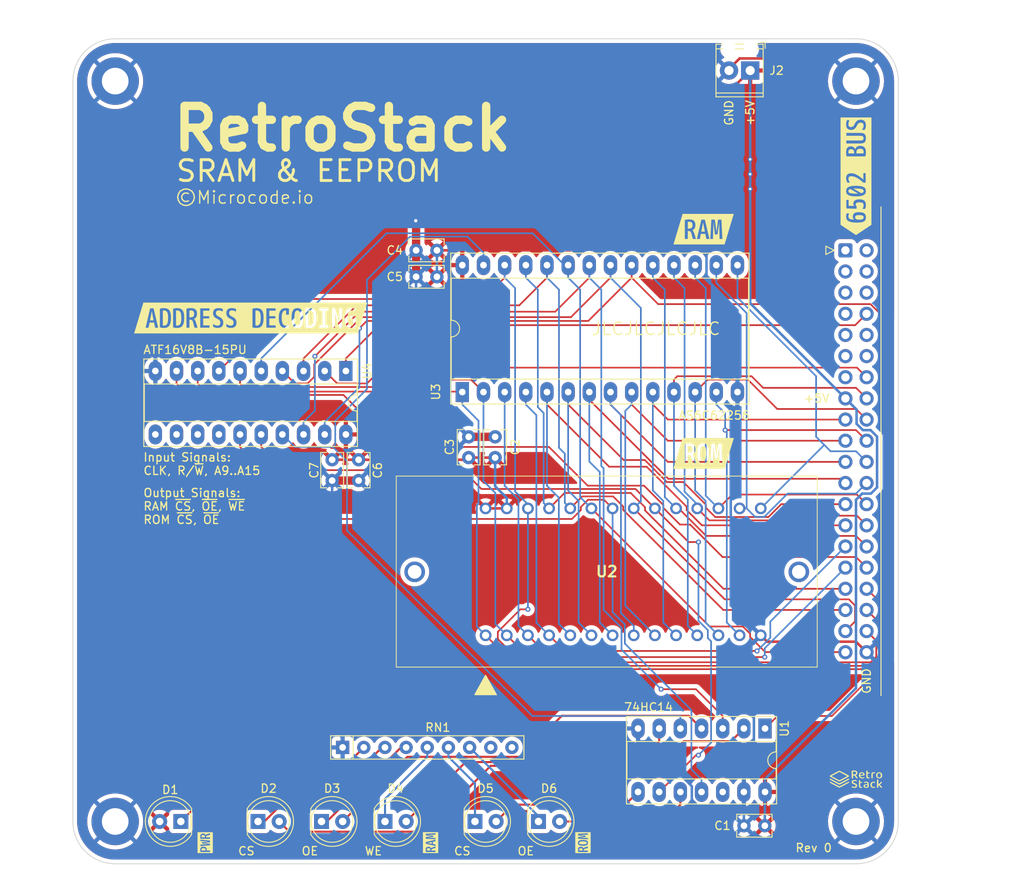
<source format=kicad_pcb>
(kicad_pcb (version 20211014) (generator pcbnew)
  (title_block (title "Retro Stack - PCB Template") (date "2023-04-01") (rev "0") (company "Microcode.io"))
  (layers (0 "F.Cu" signal) (31 "B.Cu" mixed) (34 "B.Paste" user) (35 "F.Paste" user) (36 "B.SilkS" user "B.Silkscreen") (37 "F.SilkS" user "F.Silkscreen") (38 "B.Mask" user) (39 "F.Mask" user) (44 "Edge.Cuts" user))
  (net 0 "")
  (net 1 "GND")
  (net 2 "/~{RES}")
  (net 3 "/VPB")
  (net 4 "/PHI2O")
  (net 5 "/RDY")
  (net 6 "/~{SO}")
  (net 7 "/PHI1O")
  (net 8 "/PHI2")
  (net 9 "/~{IRQ}")
  (net 10 "/BE")
  (net 11 "/~{ML}")
  (net 12 "/NC")
  (net 13 "/~{NMI}")
  (net 14 "/R{slash}~{W}")
  (net 15 "/SYNC")
  (net 16 "/D0")
  (net 17 "+5V")
  (net 18 "/D1")
  (net 19 "/A0")
  (net 20 "/D2")
  (net 21 "/A1")
  (net 22 "/D3")
  (net 23 "/A2")
  (net 24 "/D4")
  (net 25 "/A3")
  (net 26 "/D5")
  (net 27 "/A4")
  (net 28 "/D6")
  (net 29 "/A5")
  (net 30 "/D7")
  (net 31 "/A6")
  (net 32 "/A15")
  (net 33 "/A7")
  (net 34 "/A14")
  (net 35 "/A8")
  (net 36 "/A13")
  (net 37 "/A9")
  (net 38 "/A12")
  (net 39 "/A10")
  (net 40 "/A11")
  (net 41 "Net-(D2-Pad2)")
  (net 42 "Net-(D3-Pad2)")
  (net 43 "Net-(D4-Pad2)")
  (net 44 "/RAM_~{OE}")
  (net 45 "/RAM_~{CS}")
  (net 46 "/RAM_~{WE}")
  (net 47 "/ROM_~{OE}")
  (net 48 "/ROM_~{CS}")
  (net 49 "Net-(D5-Pad2)")
  (net 50 "Net-(D6-Pad2)")
  (net 60 "/PWR_R")
  (net 61 "Net-(RN1-Pad3)")
  (net 62 "Net-(RN1-Pad4)")
  (net 63 "Net-(RN1-Pad5)")
  (net 64 "Net-(RN1-Pad6)")
  (net 65 "Net-(RN1-Pad7)")
  (footprint "Package_DIP:DIP-20_W7.62mm_Socket_LongPads" (layer "F.Cu") (at 134.361 77.988 -90)
    (fp_text reference "U4")
    (fp_text value "ATF16V8B-15PU")
  )
  (footprint "Capacitor_THT:C_Rect_L4.0mm_W2.5mm_P2.50mm" (layer "F.Cu") (at 184.638 132.588 180)
    (fp_text reference "C1")
    (fp_text value "0u1")
  )
  (footprint "kibuzzard-642C367F" (layer "F.Cu") (at 117.475 134.62 90)
    (fp_text reference "kibuzzard-642C367F" hide)
    (fp_text value "G***" hide)
  )
  (footprint "kibuzzard-642DBD42" (layer "F.Cu") (at 177.292 60.96)
    (fp_text reference "kibuzzard-642DBD42" hide)
    (fp_text value "G***" hide)
  )
  (footprint "TerminalBlock_Phoenix:TerminalBlock_Phoenix_MPT-0,5-2-2.54_1x02_P2.54mm_Horizontal" (layer "F.Cu") (at 182.88 41.91 180)
    (fp_text reference "J2")
    (fp_text value "TRM_PWR")
  )
  (footprint "MountingHole:MountingHole_3.2mm_M3_ISO7380_Pad" (layer "F.Cu") (at 106.68 132.08)
    (fp_text reference "H4" hide)
    (fp_text value "M3" hide)
  )
  (footprint "Capacitor_THT:C_Rect_L4.0mm_W2.5mm_P2.50mm" (layer "F.Cu") (at 149.098 88.392 90)
    (fp_text reference "C3")
    (fp_text value "0u1")
  )
  (footprint "MountingHole:MountingHole_3.2mm_M3_ISO7380_Pad" (layer "F.Cu") (at 106.68 43.18)
    (fp_text reference "H1" hide)
    (fp_text value "M3" hide)
  )
  (footprint "RetroStack:RetroStackFullLogo13x10mm" (layer "F.Cu") (at 195.58 127)
    (fp_text reference "G***" hide)
    (fp_text value "LOGO" hide)
  )
  (footprint "RetroStack:28655410" (layer "F.Cu") (at 151.13 109.728)
    (fp_text reference "U2")
    (fp_text value "28C256" hide)
  )
  (footprint "Capacitor_THT:C_Rect_L4.0mm_W2.5mm_P2.50mm" (layer "F.Cu") (at 145.288 66.675 180)
    (fp_text reference "C5")
    (fp_text value "0u1")
  )
  (footprint "Capacitor_THT:C_Rect_L4.0mm_W2.5mm_P2.50mm" (layer "F.Cu") (at 132.715 88.646 -90)
    (fp_text reference "C7")
    (fp_text value "0u1")
  )
  (footprint "kibuzzard-642DC482" (layer "F.Cu") (at 122.936 71.628)
    (fp_text reference "kibuzzard-642DC482" hide)
    (fp_text value "G***" hide)
  )
  (footprint "kibuzzard-642888DE" (layer "F.Cu") (at 195.58 54.61 90)
    (fp_text reference "kibuzzard-642888DE" hide)
    (fp_text value "G***" hide)
  )
  (footprint "Capacitor_THT:C_Rect_L4.0mm_W2.5mm_P2.50mm" (layer "F.Cu") (at 145.288 63.5 180)
    (fp_text reference "C4")
    (fp_text value "1u")
  )
  (footprint "MountingHole:MountingHole_3.2mm_M3_ISO7380_Pad" (layer "F.Cu") (at 195.58 43.18)
    (fp_text reference "H2" hide)
    (fp_text value "M3" hide)
  )
  (footprint "Package_DIP:DIP-28_W15.24mm_Socket_LongPads" (layer "F.Cu") (at 148.336 80.518 90)
    (fp_text reference "U3")
    (fp_text value "AS6C62256")
  )
  (footprint "Package_DIP:DIP-14_W7.62mm_Socket_LongPads" (layer "F.Cu") (at 184.663 120.914 -90)
    (fp_text reference "U1")
    (fp_text value "74HC14")
  )
  (footprint "Capacitor_THT:C_Rect_L4.0mm_W2.5mm_P2.50mm" (layer "F.Cu") (at 152.273 88.392 90)
    (fp_text reference "C2")
    (fp_text value "1u")
  )
  (footprint "LED_THT:LED_D5.0mm" (layer "F.Cu") (at 139.06 132.08)
    (fp_text reference "D4")
    (fp_text value "LED")
  )
  (footprint "kibuzzard-6448402D" (layer "F.Cu") (at 144.526 134.62 90)
    (fp_text reference "kibuzzard-6448402D" hide)
    (fp_text value "G***" hide)
  )
  (footprint "Connector_IDC:IDC-Header_2x20_P2.54mm_Horizontal" (layer "F.Cu") (at 194.31 63.5)
    (fp_text reference "J1" hide)
    (fp_text value "BUS_6502")
  )
  (footprint "LED_THT:LED_D5.0mm" (layer "F.Cu") (at 114.559 132.08 180)
    (fp_text reference "D1")
    (fp_text value "LED_PWR")
  )
  (footprint "kibuzzard-64484043" (layer "F.Cu") (at 162.814 134.62 90)
    (fp_text reference "kibuzzard-64484043" hide)
    (fp_text value "G***" hide)
  )
  (footprint "Resistor_THT:R_Array_SIP9" (layer "F.Cu") (at 133.97 123.19)
    (fp_text reference "RN1")
    (fp_text value "1k")
  )
  (footprint "LED_THT:LED_D5.0mm" (layer "F.Cu") (at 149.855 132.08)
    (fp_text reference "D5")
    (fp_text value "LED")
  )
  (footprint "LED_THT:LED_D5.0mm" (layer "F.Cu") (at 157.475 132.08)
    (fp_text reference "D6")
    (fp_text value "LED")
  )
  (footprint "LED_THT:LED_D5.0mm" (layer "F.Cu") (at 131.44 132.08)
    (fp_text reference "D3")
    (fp_text value "LED")
  )
  (footprint "MountingHole:MountingHole_3.2mm_M3_ISO7380_Pad" (layer "F.Cu") (at 195.58 132.08)
    (fp_text reference "H3" hide)
    (fp_text value "M3" hide)
  )
  (footprint "kibuzzard-642DBD4D" (layer "F.Cu") (at 177.292 87.884)
    (fp_text reference "kibuzzard-642DBD4D" hide)
    (fp_text value "G***" hide)
  )
  (footprint "LED_THT:LED_D5.0mm" (layer "F.Cu") (at 123.82 132.08)
    (fp_text reference "D2")
    (fp_text value "LED")
  )
  (footprint "Capacitor_THT:C_Rect_L4.0mm_W2.5mm_P2.50mm" (layer "F.Cu") (at 135.89 88.646 -90)
    (fp_text reference "C6")
    (fp_text value "1u")
  )
  (gr_poly (pts (xy 152.4 116.84) (xy 149.86 116.84) (xy 151.13 114.554)) (layer "F.SilkS") (width 0.153) (fill solid))
  (gr_arc (start 101.6 43.18) (mid 103.087898 39.587898) (end 106.68 38.1) (layer "Edge.Cuts") (width 0.1))
  (gr_line (start 195.58 38.1) (end 106.68 38.1) (layer "Edge.Cuts") (width 0.1))
  (gr_arc (start 106.68 137.16) (mid 103.087898 135.672102) (end 101.6 132.08) (layer "Edge.Cuts") (width 0.1))
  (gr_line (start 106.68 137.16) (end 195.58 137.16) (layer "Edge.Cuts") (width 0.1))
  (gr_arc (start 200.66 132.08) (mid 199.172102 135.672102) (end 195.58 137.16) (layer "Edge.Cuts") (width 0.1))
  (gr_line (start 101.6 43.18) (end 101.6 132.08) (layer "Edge.Cuts") (width 0.1))
  (gr_arc (start 195.58 38.1) (mid 199.172102 39.587898) (end 200.66 43.18) (layer "Edge.Cuts") (width 0.1))
  (gr_line (start 200.66 132.08) (end 200.66 43.18) (layer "Edge.Cuts") (width 0.1))
  (gr_text "CS" (at 148.336 135.636) (layer "F.SilkS") (effects (font (size 1 1) (thickness 0.153))))
  (gr_text "GND" (at 196.85 116.84 90) (layer "F.SilkS") (effects (font (size 1 1) (thickness 0.153)) (justify left)))
  (gr_text "+5V" (at 182.88 46.99 90) (layer "F.SilkS") (effects (font (size 1 1) (thickness 0.153))))
  (gr_text "Output Signals:\nRAM ~{CS}, ~{OE}, ~{WE}\nROM ~{CS}, ~{OE}" (at 109.982 94.234) (layer "F.SilkS") (effects (font (size 1 1) (thickness 0.153)) (justify left)))
  (gr_text "CS" (at 122.428 135.636) (layer "F.SilkS") (effects (font (size 1 1) (thickness 0.153))))
  (gr_text "Input Signals:\nCLK, R/~{W}, A9..A15" (at 109.982 89.154) (layer "F.SilkS") (effects (font (size 1 1) (thickness 0.153)) (justify left)))
  (gr_text "JLCJLCJLCJLC" (at 171.592 72.913) (layer "F.SilkS") (effects (font (size 1.5 1.5) (thickness 0.153))))
  (gr_text "WE" (at 137.668 135.636) (layer "F.SilkS") (effects (font (size 1 1) (thickness 0.153))))
  (gr_text "SRAM & EEPROM" (at 113.792 53.975) (layer "F.SilkS") (effects (font (size 2.5 2.5) (thickness 0.35)) (justify left)))
  (gr_text "OE" (at 130.048 135.636) (layer "F.SilkS") (effects (font (size 1 1) (thickness 0.153))))
  (gr_text "©Microcode.io" (at 113.792 57.15) (layer "F.SilkS") (effects (font (size 1.5 1.5) (thickness 0.153)) (justify left)))
  (gr_text "Rev 0" (at 190.5 135.255) (layer "F.SilkS") (effects (font (size 1 1) (thickness 0.153))))
  (gr_text "RetroStack" (at 113.157 48.895) (layer "F.SilkS") (effects (font (size 5 5) (thickness 1)) (justify left)))
  (gr_text "+5V" (at 189.23 81.28) (layer "F.SilkS") (effects (font (size 1 1) (thickness 0.153)) (justify left)))
  (gr_text "OE" (at 155.956 135.636) (layer "F.SilkS") (effects (font (size 1 1) (thickness 0.153))))
  (gr_text "GND" (at 180.34 46.99 90) (layer "F.SilkS") (effects (font (size 1 1) (thickness 0.153))))
  (segment (start 195.58 43.18) (end 192.8598 40.4598) (width 0.3) (layer "F.Cu") (net 1))
  (segment (start 195.58 110.49) (end 184.912 110.49) (width 0.3) (layer "F.Cu") (net 1))
  (segment (start 196.85 111.76) (end 195.58 110.49) (width 0.3) (layer "F.Cu") (net 1))
  (segment (start 181.61 40.4598) (end 180.34 41.7298) (width 0.3) (layer "F.Cu") (net 1))
  (segment (start 192.8598 40.4598) (end 181.61 40.4598) (width 0.3) (layer "F.Cu") (net 1))
  (segment (start 142.788 59.984) (end 142.748 59.944) (width 1) (layer "F.Cu") (net 1))
  (segment (start 142.788 66.675) (end 142.788 63.5) (width 1) (layer "F.Cu") (net 1))
  (segment (start 142.788 63.5) (end 142.788 59.984) (width 1) (layer "F.Cu") (net 1))
  (segment (start 135.89 91.146) (end 132.715 91.146) (width 1) (layer "F.Cu") (net 1))
  (segment (start 152.273 85.892) (end 149.098 85.892) (width 1) (layer "F.Cu") (net 1))
  (segment (start 184.912 110.49) (end 184.15 109.728) (width 0.3) (layer "F.Cu") (net 1))
  (via (at 142.748 59.944) (size 0.8) (drill 0.4) (layers "F.Cu" "B.Cu") (net 1))
  (segment (start 132.715 120.7849) (end 133.97 122.0399) (width 0.3) (layer "B.Cu") (net 1))
  (segment (start 135.89 91.146) (end 142.788 84.248) (width 0.3) (layer "B.Cu") (net 1))
  (segment (start 183.329 112.3112) (end 183.329 125.7779) (width 0.3) (layer "B.Cu") (net 1))
  (segment (start 177.6399 44.6101) (end 177.6399 66.9782) (width 0.3) (layer "B.Cu") (net 1))
  (segment (start 133.97 123.19) (end 133.97 122.0399) (width 0.3) (layer "B.Cu") (net 1))
  (segment (start 184.15 109.728) (end 183.023 110.855) (width 0.3) (layer "B.Cu") (net 1))
  (segment (start 181.356 70.6943) (end 181.356 80.518) (width 0.3) (layer "B.Cu") (net 1))
  (segment (start 181.356 80.518) (end 181.356 82.0681) (width 0.3) (layer "B.Cu") (net 1))
  (segment (start 177.6399 66.9782) (end 181.356 70.6943) (width 0.3) (layer "B.Cu") (net 1))
  (segment (start 184.15 109.728) (end 180.5532 106.1312) (width 0.3) (layer "B.Cu") (net 1))
  (segment (start 183.329 125.7779) (end 182.123 126.9839) (width 0.3) (layer "B.Cu") (net 1))
  (segment (start 180.5532 106.1312) (end 180.5532 82.8709) (width 0.3) (layer "B.Cu") (net 1))
  (segment (start 142.788 84.248) (end 147.454 84.248) (width 0.3) (layer "B.Cu") (net 1))
  (segment (start 169.423 122.4641) (end 170.4887 122.4641) (width 0.3) (layer "B.Cu") (net 1))
  (segment (start 132.715 91.146) (end 132.715 120.7849) (width 0.3) (layer "B.Cu") (net 1))
  (segment (start 180.5532 82.8709) (end 181.356 82.0681) (width 0.3) (layer "B.Cu") (net 1))
  (segment (start 176.5606 130.143) (end 182.123 130.143) (width 0.3) (layer "B.Cu") (net 1))
  (segment (start 147.454 84.248) (end 149.098 85.892) (width 0.3) (layer "B.Cu") (net 1))
  (segment (start 142.788 84.248) (end 142.788 66.675) (width 0.3) (layer "B.Cu") (net 1))
  (segment (start 182.123 130.143) (end 182.123 132.573) (width 0.3) (layer "B.Cu") (net 1))
  (segment (start 183.023 112.0052) (end 183.329 112.3112) (width 0.3) (layer "B.Cu") (net 1))
  (segment (start 182.123 128.1004) (end 182.123 126.9839) (width 0.3) (layer "B.Cu") (net 1))
  (segment (start 170.4887 122.4641) (end 175.8802 127.8556) (width 0.3) (layer "B.Cu") (net 1))
  (segment (start 175.8802 129.4626) (end 176.5606 130.143) (width 0.3) (layer "B.Cu") (net 1))
  (segment (start 169.423 120.914) (end 169.423 122.4641) (width 0.3) (layer "B.Cu") (net 1))
  (segment (start 182.123 128.534) (end 182.123 130.143) (width 0.3) (layer "B.Cu") (net 1))
  (segment (start 183.023 110.855) (end 183.023 112.0052) (width 0.3) (layer "B.Cu") (net 1))
  (segment (start 180.34 41.91) (end 177.6399 44.6101) (width 0.3) (layer "B.Cu") (net 1))
  (segment (start 175.8802 127.8556) (end 175.8802 129.4626) (width 0.3) (layer "B.Cu") (net 1))
  (segment (start 134.361 76.4879) (end 138.3624 72.4865) (width 0.2) (layer "F.Cu") (net 8))
  (segment (start 134.361 77.988) (end 134.361 76.4879) (width 0.2) (layer "F.Cu") (net 8))
  (segment (start 138.3624 72.4865) (end 195.4835 72.4865) (width 0.2) (layer "F.Cu") (net 8))
  (segment (start 195.4835 72.4865) (end 196.85 71.12) (width 0.2) (layer "F.Cu") (net 8))
  (segment (start 138.7936 77.583) (end 195.693 77.583) (width 0.2) (layer "F.Cu") (net 14))
  (segment (start 136.8885 79.4881) (end 138.7936 77.583) (width 0.2) (layer "F.Cu") (net 14))
  (segment (start 133.3211 79.4881) (end 136.8885 79.4881) (width 0.2) (layer "F.Cu") (net 14))
  (segment (start 195.693 77.583) (end 196.85 78.74) (width 0.2) (layer "F.Cu") (net 14))
  (segment (start 131.821 77.988) (end 133.3211 79.4881) (width 0.2) (layer "F.Cu") (net 14))
  (segment (start 184.437 80.01) (end 183.0448 78.6178) (width 0.2) (layer "F.Cu") (net 16))
  (segment (start 174.1361 78.6178) (end 173.736 79.0179) (width 0.2) (layer "F.Cu") (net 16))
  (segment (start 173.736 80.518) (end 173.736 79.0179) (width 0.2) (layer "F.Cu") (net 16))
  (segment (start 183.0448 78.6178) (end 174.1361 78.6178) (width 0.2) (layer "F.Cu") (net 16))
  (segment (start 196.85 81.28) (end 195.58 80.01) (width 0.2) (layer "F.Cu") (net 16))
  (segment (start 195.58 80.01) (end 184.437 80.01) (width 0.2) (layer "F.Cu") (net 16))
  (segment (start 175.3923 108.5903) (end 175.3923 93.4287) (width 0.2) (layer "B.Cu") (net 16))
  (segment (start 176.53 109.728) (end 175.3923 108.5903) (width 0.2) (layer "B.Cu") (net 16))
  (segment (start 175.3923 93.4287) (end 173.736 91.7724) (width 0.2) (layer "B.Cu") (net 16))
  (segment (start 173.736 91.7724) (end 173.736 80.518) (width 0.2) (layer "B.Cu") (net 16))
  (segment (start 135.89 88.646) (end 148.844 88.646) (width 0.3) (layer "F.Cu") (net 17))
  (segment (start 152.273 88.392) (end 149.098 88.392) (width 0.3) (layer "F.Cu") (net 17))
  (segment (start 134.361 85.608) (end 134.361 88.641) (width 0.3) (layer "F.Cu") (net 17))
  (segment (start 161.29 63.5) (end 145.288 63.5) (width 0.3) (layer "F.Cu") (net 17))
  (segment (start 134.366 88.646) (end 135.89 88.646) (width 0.3) (layer "F.Cu") (net 17))
  (segment (start 182.88 41.91) (end 161.29 63.5) (width 0.3) (layer "F.Cu") (net 17))
  (segment (start 134.361 88.641) (end 134.366 88.646) (width 0.3) (layer "F.Cu") (net 17))
  (segment (start 132.715 88.646) (end 134.366 88.646) (width 0.3) (layer "F.Cu") (net 17))
  (segment (start 148.336 65.278) (end 148.336 63.7279) (width 0.3) (layer "F.Cu") (net 17))
  (segment (start 151.13 94.488) (end 153.67 94.488) (width 0.3) (layer "F.Cu") (net 17))
  (via (at 182.88 52.578) (size 0.6) (drill 0.3) (layers "F.Cu" "B.Cu") (net 17))
  (via (at 182.88 56.134) (size 0.6) (drill 0.3) (layers "F.Cu" "B.Cu") (net 17))
  (via (at 182.88 54.356) (size 0.6) (drill 0.3) (layers "F.Cu" "B.Cu") (net 17))
  (segment (start 182.88 52.578) (end 182.88 54.356) (width 0.3) (layer "B.Cu") (net 17))
  (segment (start 184.638 127.7839) (end 184.638 132.588) (width 0.3) (layer "B.Cu") (net 17))
  (segment (start 182.88 54.356) (end 182.88 56.134) (width 0.3) (layer "B.Cu") (net 17))
  (segment (start 152.273 91.8317) (end 153.67 93.2287) (width 0.3) (layer "B.Cu") (net 17))
  (segment (start 182.88 41.91) (end 182.88 52.578) (width 0.3) (layer "B.Cu") (net 17))
  (segment (start 153.67 93.2287) (end 153.67 94.488) (width 0.3) (layer "B.Cu") (net 17))
  (segment (start 195.6498 82.6198) (end 195.6498 84.3332) (width 0.3) (layer "B.Cu") (net 17))
  (segment (start 182.88 69.85) (end 194.31 81.28) (width 0.3) (layer "B.Cu") (net 17))
  (segment (start 197.3312 85.09) (end 198.1085 85.8673) (width 0.3) (layer "B.Cu") (net 17))
  (segment (start 197.371 92.71) (end 196.3197 92.71) (width 0.3) (layer "B.Cu") (net 17))
  (segment (start 195.58 116.0669) (end 184.663 126.9839) (width 0.3) (layer "B.Cu") (net 17))
  (segment (start 194.31 81.28) (end 195.6498 82.6198) (width 0.3) (layer "B.Cu") (net 17))
  (segment (start 196.4066 85.09) (end 197.3312 85.09) (width 0.3) (layer "B.Cu") (net 17))
  (segment (start 182.88 56.134) (end 182.88 69.85) (width 0.3) (layer "B.Cu") (net 17))
  (segment (start 152.273 88.392) (end 152.273 91.8317) (width 0.3) (layer "B.Cu") (net 17))
  (segment (start 195.58 93.4497) (end 195.58 116.0669) (width 0.3) (layer "B.Cu") (net 17))
  (segment (start 196.3197 92.71) (end 195.58 93.4497) (width 0.3) (layer "B.Cu") (net 17))
  (segment (start 195.6498 84.3332) (end 196.4066 85.09) (width 0.3) (layer "B.Cu") (net 17))
  (segment (start 198.1085 85.8673) (end 198.1085 91.9725) (width 0.3) (layer "B.Cu") (net 17))
  (segment (start 184.663 127.7589) (end 184.663 126.9839) (width 0.3) (layer "B.Cu") (net 17))
  (segment (start 145.288 66.675) (end 145.288 63.5) (width 0.3) (layer "B.Cu") (net 17))
  (segment (start 198.1085 91.9725) (end 197.371 92.71) (width 0.3) (layer "B.Cu") (net 17))
  (segment (start 177.7761 79.0179) (end 182.5961 79.0179) (width 0.2) (layer "F.Cu") (net 18))
  (segment (start 182.5961 79.0179) (end 186.1282 82.55) (width 0.2) (layer "F.Cu") (net 18))
  (segment (start 195.58 82.55) (end 196.85 83.82) (width 0.2) (layer "F.Cu") (net 18))
  (segment (start 176.276 80.518) (end 177.7761 79.0179) (width 0.2) (layer "F.Cu") (net 18))
  (segment (start 186.1282 82.55) (end 195.58 82.55) (width 0.2) (layer "F.Cu") (net 18))
  (segment (start 176.276 92.3381) (end 176.276 80.518) (width 0.2) (layer "B.Cu") (net 18))
  (segment (start 177.5322 108.1902) (end 177.5322 93.5943) (width 0.2) (layer "B.Cu") (net 18))
  (segment (start 177.5322 93.5943) (end 176.276 92.3381) (width 0.2) (layer "B.Cu") (net 18))
  (segment (start 179.07 109.728) (end 177.5322 108.1902) (width 0.2) (layer "B.Cu") (net 18))
  (segment (start 171.196 80.518) (end 171.196 82.0181) (width 0.2) (layer "F.Cu") (net 19))
  (segment (start 172.9979 83.82) (end 171.196 82.0181) (width 0.2) (layer "F.Cu") (net 19))
  (segment (start 194.31 83.82) (end 172.9979 83.82) (width 0.2) (layer "F.Cu") (net 19))
  (segment (start 171.196 80.518) (end 171.196 92.3381) (width 0.2) (layer "B.Cu") (net 19))
  (segment (start 172.4522 93.5943) (end 172.4522 108.1902) (width 0.2) (layer "B.Cu") (net 19))
  (segment (start 171.196 92.3381) (end 172.4522 93.5943) (width 0.2) (layer "B.Cu") (net 19))
  (segment (start 172.4522 108.1902) (end 173.99 109.728) (width 0.2) (layer "B.Cu") (net 19))
  (segment (start 196.85 86.36) (end 195.5723 85.0823) (width 0.2) (layer "F.Cu") (net 20))
  (segment (start 195.5723 85.0823) (end 179.8734 85.0823) (width 0.2) (layer "F.Cu") (net 20))
  (via (at 179.8734 85.0823) (size 0.6) (drill 0.3) (layers "F.Cu" "B.Cu") (net 20))
  (segment (start 179.8734 83.0755) (end 178.816 82.0181) (width 0.2) (layer "B.Cu") (net 20))
  (segment (start 181.61 109.728) (end 180.0722 108.1902) (width 0.2) (layer "B.Cu") (net 20))
  (segment (start 178.816 80.518) (end 178.816 82.0181) (width 0.2) (layer "B.Cu") (net 20))
  (segment (start 180.0722 108.1902) (end 180.0722 85.2811) (width 0.2) (layer "B.Cu") (net 20))
  (segment (start 179.8734 85.0823) (end 179.8734 83.0755) (width 0.2) (layer "B.Cu") (net 20))
  (segment (start 180.0722 85.2811) (end 179.8734 85.0823) (width 0.2) (layer "B.Cu") (net 20))
  (segment (start 168.656 80.518) (end 168.656 82.0181) (width 0.2) (layer "F.Cu") (net 21))
  (segment (start 194.31 86.36) (end 172.9979 86.36) (width 0.2) (layer "F.Cu") (net 21))
  (segment (start 172.9979 86.36) (end 168.656 82.0181) (width 0.2) (layer "F.Cu") (net 21))
  (segment (start 168.656 82.0181) (end 167.894 82.7801) (width 0.2) (layer "B.Cu") (net 21))
  (segment (start 167.894 106.172) (end 171.45 109.728) (width 0.2) (layer "B.Cu") (net 21))
  (segment (start 167.894 82.7801) (end 167.894 106.172) (width 0.2) (layer "B.Cu") (net 21))
  (segment (start 168.656 80.518) (end 168.656 82.0181) (width 0.2) (layer "B.Cu") (net 21))
  (segment (start 195.58 87.63) (end 192.5331 87.63) (width 0.2) (layer "B.Cu") (net 22))
  (segment (start 181.356 69.1745) (end 181.356 65.278) (width 0.2) (layer "B.Cu") (net 22))
  (segment (start 190.7917 85.8886) (end 190.7917 78.6102) (width 0.2) (layer "B.Cu") (net 22))
  (segment (start 191.7706 86.8674) (end 190.7917 85.8886) (width 0.2) (layer "B.Cu") (net 22))
  (segment (start 192.5331 87.63) (end 191.7706 86.8674) (width 0.2) (layer "B.Cu") (net 22))
  (segment (start 190.7917 78.6102) (end 181.356 69.1745) (width 0.2) (layer "B.Cu") (net 22))
  (segment (start 196.85 88.9) (end 195.58 87.63) (width 0.2) (layer "B.Cu") (net 22))
  (segment (start 191.7706 86.8674) (end 184.15 94.488) (width 0.2) (layer "B.Cu") (net 22))
  (segment (start 194.31 88.9) (end 172.9979 88.9) (width 0.2) (layer "F.Cu") (net 23))
  (segment (start 166.116 80.518) (end 166.116 82.0181) (width 0.2) (layer "F.Cu") (net 23))
  (segment (start 172.9979 88.9) (end 166.116 82.0181) (width 0.2) (layer "F.Cu") (net 23))
  (segment (start 166.116 80.518) (end 166.116 82.0181) (width 0.2) (layer "B.Cu") (net 23))
  (segment (start 168.91 108.5934) (end 167.3721 107.0555) (width 0.2) (layer "B.Cu") (net 23))
  (segment (start 168.91 109.728) (end 168.91 108.5934) (width 0.2) (layer "B.Cu") (net 23))
  (segment (start 167.3721 107.0555) (end 167.3721 83.2742) (width 0.2) (layer "B.Cu") (net 23))
  (segment (start 167.3721 83.2742) (end 166.116 82.0181) (width 0.2) (layer "B.Cu") (net 23))
  (segment (start 196.85 91.44) (end 195.58 92.71) (width 0.2) (layer "B.Cu") (net 24))
  (segment (start 183.4634 95.4952) (end 182.4562 94.488) (width 0.2) (layer "B.Cu") (net 24))
  (segment (start 182.4562 94.488) (end 181.61 94.488) (width 0.2) (layer "B.Cu") (net 24))
  (segment (start 184.5803 95.4952) (end 183.4634 95.4952) (width 0.2) (layer "B.Cu") (net 24))
  (segment (start 195.58 92.71) (end 187.3655 92.71) (width 0.2) (layer "B.Cu") (net 24))
  (segment (start 178.816 65.278) (end 178.816 67.4005) (width 0.2) (layer "B.Cu") (net 24))
  (segment (start 187.3655 92.71) (end 184.5803 95.4952) (width 0.2) (layer "B.Cu") (net 24))
  (segment (start 182.4562 71.0407) (end 178.816 67.4005) (width 0.2) (layer "B.Cu") (net 24))
  (segment (start 182.4562 94.488) (end 182.4562 71.0407) (width 0.2) (layer "B.Cu") (net 24))
  (segment (start 173.0534 90.9296) (end 163.576 81.4522) (width 0.2) (layer "F.Cu") (net 25))
  (segment (start 193.7996 90.9296) (end 173.0534 90.9296) (width 0.2) (layer "F.Cu") (net 25))
  (segment (start 164.8322 90.1212) (end 164.8322 108.1902) (width 0.2) (layer "B.Cu") (net 25))
  (segment (start 164.8322 108.1902) (end 166.37 109.728) (width 0.2) (layer "B.Cu") (net 25))
  (segment (start 163.576 80.518) (end 163.576 88.865) (width 0.2) (layer "B.Cu") (net 25))
  (segment (start 163.576 88.865) (end 164.8322 90.1212) (width 0.2) (layer "B.Cu") (net 25))
  (segment (start 195.695 92.825) (end 180.733 92.825) (width 0.2) (layer "F.Cu") (net 26))
  (segment (start 180.733 92.825) (end 179.07 94.488) (width 0.2) (layer "F.Cu") (net 26))
  (segment (start 196.85 93.98) (end 195.695 92.825) (width 0.2) (layer "F.Cu") (net 26))
  (segment (start 177.546 68.0481) (end 177.546 92.964) (width 0.2) (layer "B.Cu") (net 26))
  (segment (start 176.276 65.278) (end 176.276 66.7781) (width 0.2) (layer "B.Cu") (net 26))
  (segment (start 176.276 66.7781) (end 177.546 68.0481) (width 0.2) (layer "B.Cu") (net 26))
  (segment (start 177.546 92.964) (end 179.07 94.488) (width 0.2) (layer "B.Cu") (net 26))
  (segment (start 170.2379 88.68) (end 167.6979 88.68) (width 0.2) (layer "F.Cu") (net 27))
  (segment (start 186.6117 93.98) (end 185.0685 95.5232) (width 0.2) (layer "F.Cu") (net 27))
  (segment (start 161.036 80.518) (end 161.036 82.0181) (width 0.2) (layer "F.Cu") (net 27))
  (segment (start 177.5652 94.4078) (end 177.5652 94.0358) (width 0.2) (layer "F.Cu") (net 27))
  (segment (start 185.0685 95.5232) (end 178.6806 95.5232) (width 0.2) (layer "F.Cu") (net 27))
  (segment (start 167.6979 88.68) (end 161.036 82.0181) (width 0.2) (layer "F.Cu") (net 27))
  (segment (start 178.6806 95.5232) (end 177.5652 94.4078) (width 0.2) (layer "F.Cu") (net 27))
  (segment (start 194.31 93.98) (end 186.6117 93.98) (width 0.2) (layer "F.Cu") (net 27))
  (segment (start 172.8876 91.3297) (end 170.2379 88.68) (width 0.2) (layer "F.Cu") (net 27))
  (segment (start 174.8591 91.3297) (end 172.8876 91.3297) (width 0.2) (layer "F.Cu") (net 27))
  (segment (start 177.5652 94.0358) (end 174.8591 91.3297) (width 0.2) (layer "F.Cu") (net 27))
  (segment (start 161.036 80.518) (end 161.036 92.3381) (width 0.2) (layer "B.Cu") (net 27))
  (segment (start 162.2922 108.1902) (end 163.83 109.728) (width 0.2) (layer "B.Cu") (net 27))
  (segment (start 161.036 92.3381) (end 162.2922 93.5943) (width 0.2) (layer "B.Cu") (net 27))
  (segment (start 162.2922 93.5943) (end 162.2922 108.1902) (width 0.2) (layer "B.Cu") (net 27))
  (segment (start 177.9653 95.9233) (end 192.7267 95.9233) (width 0.2) (layer "F.Cu") (net 28))
  (segment (start 195.6959 95.3659) (end 196.85 96.52) (width 0.2) (layer "F.Cu") (net 28))
  (segment (start 176.53 94.488) (end 177.9653 95.9233) (width 0.2) (layer "F.Cu") (net 28))
  (segment (start 192.7267 95.9233) (end 193.2841 95.3659) (width 0.2) (layer "F.Cu") (net 28))
  (segment (start 193.2841 95.3659) (end 195.6959 95.3659) (width 0.2) (layer "F.Cu") (net 28))
  (segment (start 176.53 94.0005) (end 175.006 92.4765) (width 0.2) (layer "B.Cu") (net 28))
  (segment (start 175.006 68.0481) (end 173.736 66.7781) (width 0.2) (layer "B.Cu") (net 28))
  (segment (start 175.006 92.4765) (end 175.006 68.0481) (width 0.2) (layer "B.Cu") (net 28))
  (segment (start 173.736 65.278) (end 173.736 66.7781) (width 0.2) (layer "B.Cu") (net 28))
  (segment (start 175.26 94.6934) (end 175.26 94.2842) (width 0.2) (layer "F.Cu") (net 29))
  (segment (start 177.0866 96.52) (end 175.26 94.6934) (width 0.2) (layer "F.Cu") (net 29))
  (segment (start 194.31 96.52) (end 177.0866 96.52) (width 0.2) (layer "F.Cu") (net 29))
  (segment (start 170.456 89.4802) (end 165.9581 89.4802) (width 0.2) (layer "F.Cu") (net 29))
  (segment (start 175.26 94.2842) (end 170.456 89.4802) (width 0.2) (layer "F.Cu") (net 29))
  (segment (start 165.9581 89.4802) (end 158.496 82.0181) (width 0.2) (layer "F.Cu") (net 29))
  (segment (start 158.496 80.518) (end 158.496 82.0181) (width 0.2) (layer "F.Cu") (net 29))
  (segment (start 159.918 108.356) (end 159.918 93.1943) (width 0.2) (layer "B.Cu") (net 29))
  (segment (start 158.496 91.7723) (end 158.496 80.518) (width 0.2) (layer "B.Cu") (net 29))
  (segment (start 159.918 93.1943) (end 158.496 91.7723) (width 0.2) (layer "B.Cu") (net 29))
  (segment (start 161.29 109.728) (end 159.918 108.356) (width 0.2) (layer "B.Cu") (net 29))
  (segment (start 195.58 97.79) (end 177.6007 97.79) (width 0.2) (layer "F.Cu") (net 30))
  (segment (start 196.85 99.06) (end 195.58 97.79) (width 0.2) (layer "F.Cu") (net 30))
  (segment (start 177.6007 97.79) (end 174.2987 94.488) (width 0.2) (layer "F.Cu") (net 30))
  (segment (start 172.6358 93.1338) (end 172.6358 68.2179) (width 0.2) (layer "B.Cu") (net 30))
  (segment (start 172.6358 68.2179) (end 171.196 66.7781) (width 0.2) (layer "B.Cu") (net 30))
  (segment (start 173.99 94.488) (end 172.6358 93.1338) (width 0.2) (layer "B.Cu") (net 30))
  (segment (start 171.196 65.278) (end 171.196 66.7781) (width 0.2) (layer "B.Cu") (net 30))
  (segment (start 183.7022 111.6052) (end 160.6272 111.6052) (width 0.2) (layer "F.Cu") (net 31))
  (segment (start 160.6272 111.6052) (end 158.75 109.728) (width 0.2) (layer "F.Cu") (net 31))
  (via (at 183.7022 111.6052) (size 0.6) (drill 0.3) (layers "F.Cu" "B.Cu") (net 31))
  (segment (start 157.226 108.204) (end 157.226 83.2881) (width 0.2) (layer "B.Cu") (net 31))
  (segment (start 185.2964 110.011) (end 183.7022 111.6052) (width 0.2) (layer "B.Cu") (net 31))
  (segment (start 157.226 83.2881) (end 155.956 82.0181) (width 0.2) (layer "B.Cu") (net 31))
  (segment (start 185.2964 108.0736) (end 185.2964 110.011) (width 0.2) (layer "B.Cu") (net 31))
  (segment (start 194.31 99.06) (end 185.2964 108.0736) (width 0.2) (layer "B.Cu") (net 31))
  (segment (start 158.75 109.728) (end 157.226 108.204) (width 0.2) (layer "B.Cu") (net 31))
  (segment (start 155.956 80.518) (end 155.956 82.0181) (width 0.2) (layer "B.Cu") (net 31))
  (segment (start 115.4148 80.8619) (end 114.041 79.4881) (width 0.2) (layer "F.Cu") (net 32))
  (segment (start 196.85 101.6) (end 195.58 100.33) (width 0.2) (layer "F.Cu") (net 32))
  (segment (start 195.58 100.33) (end 179.5749 100.33) (width 0.2) (layer "F.Cu") (net 32))
  (segment (start 172.4547 94.0711) (end 170.1401 91.7565) (width 0.2) (layer "F.Cu") (net 32))
  (segment (start 174.4531 96.4265) (end 172.4547 94.4281) (width 0.2) (layer "F.Cu") (net 32))
  (segment (start 158.7344 87.1081) (end 140.3138 87.1081) (width 0.2) (layer "F.Cu") (net 32))
  (segment (start 179.5749 100.33) (end 175.6714 96.4265) (width 0.2) (layer "F.Cu") (net 32))
  (segment (start 163.3828 91.7565) (end 158.7344 87.1081) (width 0.2) (layer "F.Cu") (net 32))
  (segment (start 175.6714 96.4265) (end 174.4531 96.4265) (width 0.2) (layer "F.Cu") (net 32))
  (segment (start 172.4547 94.4281) (end 172.4547 94.0711) (width 0.2) (layer "F.Cu") (net 32))
  (segment (start 134.0676 80.8619) (end 115.4148 80.8619) (width 0.2) (layer "F.Cu") (net 32))
  (segment (start 140.3138 87.1081) (end 134.0676 80.8619) (width 0.2) (layer "F.Cu") (net 32))
  (segment (start 170.1401 91.7565) (end 163.3828 91.7565) (width 0.2) (layer "F.Cu") (net 32))
  (segment (start 114.041 77.988) (end 114.041 79.4881) (width 0.2) (layer "F.Cu") (net 32))
  (segment (start 158.8222 112.3402) (end 156.21 109.728) (width 0.2) (layer "F.Cu") (net 33))
  (segment (start 184.6301 112.3402) (end 158.8222 112.3402) (width 0.2) (layer "F.Cu") (net 33))
  (via (at 184.6301 112.3402) (size 0.6) (drill 0.3) (layers "F.Cu" "B.Cu") (net 33))
  (segment (start 194.31 101.6) (end 184.6301 111.2799) (width 0.2) (layer "B.Cu") (net 33))
  (segment (start 155.0723 93.4286) (end 153.416 91.7723) (width 0.2) (layer "B.Cu") (net 33))
  (segment (start 153.416 91.7723) (end 153.416 80.518) (width 0.2) (layer "B.Cu") (net 33))
  (segment (start 184.6301 111.2799) (end 184.6301 112.3402) (width 0.2) (layer "B.Cu") (net 33))
  (segment (start 155.0723 108.5903) (end 155.0723 93.4286) (width 0.2) (layer "B.Cu") (net 33))
  (segment (start 156.21 109.728) (end 155.0723 108.5903) (width 0.2) (layer "B.Cu") (net 33))
  (segment (start 116.581 77.988) (end 116.581 79.4881) (width 0.2) (layer "F.Cu") (net 34))
  (segment (start 151.13 109.728) (end 155.1946 113.7926) (width 0.2) (layer "F.Cu") (net 34))
  (segment (start 148.2797 80.4617) (end 117.5546 80.4617) (width 0.2) (layer "F.Cu") (net 34))
  (segment (start 155.1946 113.7926) (end 197.6935 113.7926) (width 0.2) (layer "F.Cu") (net 34))
  (segment (start 198.8547 106.1447) (end 196.85 104.14) (width 0.2) (layer "F.Cu") (net 34))
  (segment (start 197.6935 113.7926) (end 198.8547 112.6314) (width 0.2) (layer "F.Cu") (net 34))
  (segment (start 198.8547 112.6314) (end 198.8547 106.1447) (width 0.2) (layer "F.Cu") (net 34))
  (segment (start 117.5546 80.4617) (end 116.581 79.4881) (width 0.2) (layer "F.Cu") (net 34))
  (segment (start 150.0805 108.6785) (end 150.0805 94.1203) (width 0.2) (layer "B.Cu") (net 34))
  (segment (start 151.13 109.728) (end 150.0805 108.6785) (width 0.2) (layer "B.Cu") (net 34))
  (segment (start 148.336 80.518) (end 148.336 82.0181) (width 0.2) (layer "B.Cu") (net 34))
  (segment (start 150.2781 93.9227) (end 150.2781 83.9602) (width 0.2) (layer "B.Cu") (net 34))
  (segment (start 150.0805 94.1203) (end 150.2781 93.9227) (width 0.2) (layer "B.Cu") (net 34))
  (segment (start 150.2781 83.9602) (end 148.336 82.0181) (width 0.2) (layer "B.Cu") (net 34))
  (segment (start 179.6729 104.14) (end 170.258 94.7251) (width 0.2) (layer "F.Cu") (net 35))
  (segment (start 170.258 94.7251) (end 170.258 94.3453) (width 0.2) (layer "F.Cu") (net 35))
  (segment (start 160.6036 92.6344) (end 158.75 94.488) (width 0.2) (layer "F.Cu") (net 35))
  (segment (start 170.258 94.3453) (end 168.5471 92.6344) (width 0.2) (layer "F.Cu") (net 35))
  (segment (start 194.31 104.14) (end 179.6729 104.14) (width 0.2) (layer "F.Cu") (net 35))
  (segment (start 168.5471 92.6344) (end 160.6036 92.6344) (width 0.2) (layer "F.Cu") (net 35))
  (segment (start 155.956 65.278) (end 155.956 66.7781) (width 0.2) (layer "B.Cu") (net 35))
  (segment (start 158.0958 93.8338) (end 158.0958 83.0331) (width 0.2) (layer "B.Cu") (net 35))
  (segment (start 157.3958 82.3331) (end 157.3958 68.2179) (width 0.2) (layer "B.Cu") (net 35))
  (segment (start 158.75 94.488) (end 158.0958 93.8338) (width 0.2) (layer "B.Cu") (net 35))
  (segment (start 158.0958 83.0331) (end 157.3958 82.3331) (width 0.2) (layer "B.Cu") (net 35))
  (segment (start 157.3958 68.2179) (end 155.956 66.7781) (width 0.2) (layer "B.Cu") (net 35))
  (segment (start 152.5959 110.1759) (end 152.5959 109.3137) (width 0.2) (layer "F.Cu") (net 36))
  (segment (start 198.4546 112.4657) (end 197.5278 113.3925) (width 0.2) (layer "F.Cu") (net 36))
  (segment (start 150.8521 69.342) (end 127.767 69.342) (width 0.2) (layer "F.Cu") (net 36))
  (segment (start 155.8125 113.3925) (end 152.5959 110.1759) (width 0.2) (layer "F.Cu") (net 36))
  (segment (start 198.4546 108.2846) (end 198.4546 112.4657) (width 0.2) (layer "F.Cu") (net 36))
  (segment (start 155.3044 106.6052) (end 156.21 106.6052) (width 0.2) (layer "F.Cu") (net 36))
  (segment (start 127.767 69.342) (end 119.121 77.988) (width 0.2) (layer "F.Cu") (net 36))
  (segment (start 153.416 66.7781) (end 150.8521 69.342) (width 0.2) (layer "F.Cu") (net 36))
  (segment (start 197.5278 113.3925) (end 155.8125 113.3925) (width 0.2) (layer "F.Cu") (net 36))
  (segment (start 153.416 65.278) (end 153.416 66.7781) (width 0.2) (layer "F.Cu") (net 36))
  (segment (start 196.85 106.68) (end 198.4546 108.2846) (width 0.2) (layer "F.Cu") (net 36))
  (segment (start 152.5959 109.3137) (end 155.3044 106.6052) (width 0.2) (layer "F.Cu") (net 36))
  (via (at 156.21 106.6052) (size 0.6) (drill 0.3) (layers "F.Cu" "B.Cu") (net 36))
  (segment (start 156.21 94.0005) (end 154.6722 92.4627) (width 0.2) (layer "B.Cu") (net 36))
  (segment (start 154.6722 68.0343) (end 153.416 66.7781) (width 0.2) (layer "B.Cu") (net 36))
  (segment (start 156.21 94.488) (end 156.21 106.6052) (width 0.2) (layer "B.Cu") (net 36))
  (segment (start 153.416 65.278) (end 153.416 66.7781) (width 0.2) (layer "B.Cu") (net 36))
  (segment (start 154.6722 92.4627) (end 154.6722 68.0343) (width 0.2) (layer "B.Cu") (net 36))
  (segment (start 158.496 65.278) (end 158.496 66.7781) (width 0.2) (layer "F.Cu") (net 37))
  (segment (start 129.281 76.4879) (end 129.281 77.988) (width 0.2) (layer "F.Cu") (net 37))
  (segment (start 166.4318 93.0474) (end 167.64 94.2556) (width 0.2) (layer "F.Cu") (net 37))
  (segment (start 179.6513 106.68) (end 194.31 106.68) (width 0.2) (layer "F.Cu") (net 37))
  (segment (start 135.6649 70.104) (end 129.281 76.4879) (width 0.2) (layer "F.Cu") (net 37))
  (segment (start 162.7306 93.0474) (end 166.4318 93.0474) (width 0.2) (layer "F.Cu") (net 37))
  (segment (start 155.1701 70.104) (end 135.6649 70.104) (width 0.2) (layer "F.Cu") (net 37))
  (segment (start 158.496 66.7781) (end 155.1701 70.104) (width 0.2) (layer "F.Cu") (net 37))
  (segment (start 161.29 94.488) (end 162.7306 93.0474) (width 0.2) (layer "F.Cu") (net 37))
  (segment (start 167.64 94.2556) (end 167.64 94.6687) (width 0.2) (layer "F.Cu") (net 37))
  (segment (start 167.64 94.6687) (end 179.6513 106.68) (width 0.2) (layer "F.Cu") (net 37))
  (segment (start 160.6358 93.8338) (end 160.6358 87.9102) (width 0.2) (layer "B.Cu") (net 37))
  (segment (start 161.29 94.488) (end 160.6358 93.8338) (width 0.2) (layer "B.Cu") (net 37))
  (segment (start 159.9358 68.2179) (end 158.496 66.7781) (width 0.2) (layer "B.Cu") (net 37))
  (segment (start 160.6358 87.9102) (end 159.9358 87.2102) (width 0.2) (layer "B.Cu") (net 37))
  (segment (start 158.496 65.278) (end 158.496 66.7781) (width 0.2) (layer "B.Cu") (net 37))
  (segment (start 159.9358 87.2102) (end 159.9358 68.2179) (width 0.2) (layer "B.Cu") (net 37))
  (segment (start 150.876 80.518) (end 149.3759 79.0179) (width 0.2) (layer "F.Cu") (net 38))
  (segment (start 156.9064 112.9644) (end 153.67 109.728) (width 0.2) (layer "F.Cu") (net 38))
  (segment (start 141.0615 79.0179) (end 140.166 79.9134) (width 0.2) (layer "F.Cu") (net 38))
  (segment (start 140.166 79.9134) (end 122.0863 79.9134) (width 0.2) (layer "F.Cu") (net 38))
  (segment (start 122.0863 79.9134) (end 121.661 79.4881) (width 0.2) (layer "F.Cu") (net 38))
  (segment (start 197.3549 112.9644) (end 156.9064 112.9644) (width 0.2) (layer "F.Cu") (net 38))
  (segment (start 198.0112 110.3812) (end 198.0112 112.3081) (width 0.2) (layer "F.Cu") (net 38))
  (segment (start 196.85 109.22) (end 198.0112 110.3812) (width 0.2) (layer "F.Cu") (net 38))
  (segment (start 149.3759 79.0179) (end 141.0615 79.0179) (width 0.2) (layer "F.Cu") (net 38))
  (segment (start 121.661 79.4881) (end 121.661 77.988) (width 0.2) (layer "F.Cu") (net 38))
  (segment (start 198.0112 112.3081) (end 197.3549 112.9644) (width 0.2) (layer "F.Cu") (net 38))
  (segment (start 153.67 109.728) (end 152.2979 108.3559) (width 0.2) (layer "B.Cu") (net 38))
  (segment (start 152.2979 92.6334) (end 150.876 91.2115) (width 0.2) (layer "B.Cu") (net 38))
  (segment (start 152.2979 108.3559) (end 152.2979 92.6334) (width 0.2) (layer "B.Cu") (net 38))
  (segment (start 150.876 91.2115) (end 150.876 80.518) (width 0.2) (layer "B.Cu") (net 38))
  (segment (start 129.7688 79.4881) (end 130.5605 78.6964) (width 0.2) (layer "F.Cu") (net 39))
  (segment (start 161.369 71.5251) (end 166.116 66.7781) (width 0.2) (layer "F.Cu") (net 39))
  (segment (start 194.31 109.22) (end 195.4602 108.0698) (width 0.2) (layer "F.Cu") (net 39))
  (segment (start 179.832 105.41) (end 168.91 94.488) (width 0.2) (layer "F.Cu") (net 39))
  (segment (start 130.5605 77.2064) (end 136.2418 71.5251) (width 0.2) (layer "F.Cu") (net 39))
  (segment (start 194.7285 105.41) (end 179.832 105.41) (width 0.2) (layer "F.Cu") (net 39))
  (segment (start 130.5605 78.6964) (end 130.5605 77.2064) (width 0.2) (layer "F.Cu") (net 39))
  (segment (start 166.116 66.7781) (end 166.116 65.278) (width 0.2) (layer "F.Cu") (net 39))
  (segment (start 128.2411 79.4881) (end 129.7688 79.4881) (width 0.2) (layer "F.Cu") (net 39))
  (segment (start 195.4602 106.1417) (end 194.7285 105.41) (width 0.2) (layer "F.Cu") (net 39))
  (segment (start 195.4602 108.0698) (end 195.4602 106.1417) (width 0.2) (layer "F.Cu") (net 39))
  (segment (start 136.2418 71.5251) (end 161.369 71.5251) (width 0.2) (layer "F.Cu") (net 39))
  (segment (start 126.741 77.988) (end 128.2411 79.4881) (width 0.2) (layer "F.Cu") (net 39))
  (segment (start 169.7605 93.6375) (end 168.91 94.488) (width 0.2) (layer "B.Cu") (net 39))
  (segment (start 166.116 66.7781) (end 169.7605 70.4226) (width 0.2) (layer "B.Cu") (net 39))
  (segment (start 166.116 65.278) (end 166.116 66.7781) (width 0.2) (layer "B.Cu") (net 39))
  (segment (start 169.7605 70.4226) (end 169.7605 93.6375) (width 0.2) (layer "B.Cu") (net 39))
  (segment (start 178.0112 108.6692) (end 163.83 94.488) (width 0.2) (layer "F.Cu") (net 40))
  (segment (start 182.012 108.6692) (end 178.0112 108.6692) (width 0.2) (layer "F.Cu") (net 40))
  (segment (start 184.6882 111.7401) (end 182.88 109.9319) (width 0.2) (layer "F.Cu") (net 40))
  (segment (start 182.88 109.9319) (end 182.88 109.5372) (width 0.2) (layer "F.Cu") (net 40))
  (segment (start 182.88 109.5372) (end 182.012 108.6692) (width 0.2) (layer "F.Cu") (net 40))
  (segment (start 194.2901 111.7401) (end 184.6882 111.7401) (width 0.2) (layer "F.Cu") (net 40))
  (segment (start 139.2385 61.4504) (end 124.201 76.4879) (width 0.2) (layer "B.Cu") (net 40))
  (segment (start 156.7748 61.4504) (end 139.2385 61.4504) (width 0.2) (layer "B.Cu") (net 40))
  (segment (start 161.036 65.7116) (end 161.036 66.7781) (width 0.2) (layer "B.Cu") (net 40))
  (segment (start 161.036 65.7116) (end 156.7748 61.4504) (width 0.2) (layer "B.Cu") (net 40))
  (segment (start 124.201 77.988) (end 124.201 76.4879) (width 0.2) (layer "B.Cu") (net 40))
  (segment (start 163.83 94.488) (end 162.4758 93.1338) (width 0.2) (layer "B.Cu") (net 40))
  (segment (start 162.4758 93.1338) (end 162.4758 68.2179) (width 0.2) (layer "B.Cu") (net 40))
  (segment (start 162.4758 68.2179) (end 161.036 66.7781) (width 0.2) (layer "B.Cu") (net 40))
  (segment (start 143.837 133.3052) (end 127.5852 133.3052) (width 0.25) (layer "F.Cu") (net 41))
  (segment (start 174.9271 122.4391) (end 171.9669 125.3993) (width 0.25) (layer "F.Cu") (net 41))
  (segment (start 182.123 120.914) (end 180.5979 122.4391) (width 0.25) (layer "F.Cu") (net 41))
  (segment (start 151.7429 125.3993) (end 143.837 133.3052) (width 0.25) (layer "F.Cu") (net 41))
  (segment (start 171.9669 125.3993) (end 151.7429 125.3993) (width 0.25) (layer "F.Cu") (net 41))
  (segment (start 180.5979 122.4391) (end 174.9271 122.4391) (width 0.25) (layer "F.Cu") (net 41))
  (segment (start 127.5852 133.3052) (end 126.36 132.08) (width 0.25) (layer "F.Cu") (net 41))
  (segment (start 141.7448 124.3152) (end 133.98 132.08) (width 0.25) (layer "F.Cu") (net 42))
  (segment (start 160.2797 119.3889) (end 155.3534 124.3152) (width 0.25) (layer "F.Cu") (net 42))
  (segment (start 177.043 120.914) (end 175.5179 119.3889) (width 0.25) (layer "F.Cu") (net 42))
  (segment (start 155.3534 124.3152) (end 141.7448 124.3152) (width 0.25) (layer "F.Cu") (net 42))
  (segment (start 175.5179 119.3889) (end 160.2797 119.3889) (width 0.25) (layer "F.Cu") (net 42))
  (segment (start 148.7309 124.9491) (end 141.6 132.08) (width 0.25) (layer "F.Cu") (net 43))
  (segment (start 169.453 124.9491) (end 148.7309 124.9491) (width 0.25) (layer "F.Cu") (net 43))
  (segment (start 171.963 120.914) (end 171.963 122.4391) (width 0.25) (layer "F.Cu") (net 43))
  (segment (start 171.963 122.4391) (end 169.453 124.9491) (width 0.25) (layer "F.Cu") (net 43))
  (segment (start 179.583 120.914) (end 179.583 119.4139) (width 0.2) (layer "F.Cu") (net 44))
  (segment (start 159.4881 70.866) (end 136.0033 70.866) (width 0.2) (layer "F.Cu") (net 44))
  (segment (start 136.0033 70.866) (end 130.6437 76.2256) (width 0.2) (layer "F.Cu") (net 44))
  (segment (start 179.583 119.4139) (end 176.3674 116.1983) (width 0.2) (layer "F.Cu") (net 44))
  (segment (start 176.3674 116.1983) (end 172.1932 116.1983) (width 0.2) (layer "F.Cu") (net 44))
  (segment (start 163.576 65.278) (end 163.576 66.7781) (width 0.2) (layer "F.Cu") (net 44))
  (segment (start 163.576 66.7781) (end 159.4881 70.866) (width 0.2) (layer "F.Cu") (net 44))
  (via (at 130.6437 76.2256) (size 0.6) (drill 0.3) (layers "F.Cu" "B.Cu") (net 44))
  (via (at 172.1932 116.1983) (size 0.6) (drill 0.3) (layers "F.Cu" "B.Cu") (net 44))
  (segment (start 130.6437 82.7452) (end 130.6437 76.2256) (width 0.2) (layer "B.Cu") (net 44))
  (segment (start 163.576 65.278) (end 163.576 66.7781) (width 0.2) (layer "B.Cu") (net 44))
  (segment (start 163.576 66.7781) (end 165.0158 68.2179) (width 0.2) (layer "B.Cu") (net 44))
  (segment (start 167.4398 111.4449) (end 172.1932 116.1983) (width 0.2) (layer "B.Cu") (net 44))
  (segment (start 129.281 84.1079) (end 130.6437 82.7452) (width 0.2) (layer "B.Cu") (net 44))
  (segment (start 165.2922 89.6714) (end 165.2922 106.6731) (width 0.2) (layer "B.Cu") (net 44))
  (segment (start 129.281 85.608) (end 129.281 84.1079) (width 0.2) (layer "B.Cu") (net 44))
  (segment (start 167.4398 108.8207) (end 167.4398 111.4449) (width 0.2) (layer "B.Cu") (net 44))
  (segment (start 165.0158 68.2179) (end 165.0158 89.395) (width 0.2) (layer "B.Cu") (net 44))
  (segment (start 165.2922 106.6731) (end 167.4398 108.8207) (width 0.2) (layer "B.Cu") (net 44))
  (segment (start 165.0158 89.395) (end 165.2922 89.6714) (width 0.2) (layer "B.Cu") (net 44))
  (segment (start 168.656 65.278) (end 168.656 66.7781) (width 0.2) (layer "F.Cu") (net 45))
  (segment (start 197.3274 69.9592) (end 171.8371 69.9592) (width 0.2) (layer "F.Cu") (net 45))
  (segment (start 199.3166 112.787) (end 199.3166 71.9484) (width 0.2) (layer "F.Cu") (net 45))
  (segment (start 192.6897 119.4139) (end 199.3166 112.787) (width 0.2) (layer "F.Cu") (net 45))
  (segment (start 171.8371 69.9592) (end 168.656 66.7781) (width 0.2) (layer "F.Cu") (net 45))
  (segment (start 136.8762 71.9736) (end 135.9919 72.8579) (width 0.2) (layer "F.Cu") (net 45))
  (segment (start 184.663 120.914) (end 186.1631 119.4139) (width 0.2) (layer "F.Cu") (net 45))
  (segment (start 168.656 66.7781) (end 163.4605 71.9736) (width 0.2) (layer "F.Cu") (net 45))
  (segment (start 186.1631 119.4139) (end 192.6897 119.4139) (width 0.2) (layer "F.Cu") (net 45))
  (segment (start 163.4605 71.9736) (end 136.8762 71.9736) (width 0.2) (layer "F.Cu") (net 45))
  (segment (start 199.3166 71.9484) (end 197.3274 69.9592) (width 0.2) (layer "F.Cu") (net 45))
  (via (at 135.9919 72.8579) (size 0.6) (drill 0.3) (layers "F.Cu" "B.Cu") (net 45))
  (segment (start 131.821 85.608) (end 131.821 84.1079) (width 0.2) (layer "B.Cu") (net 45))
  (segment (start 135.9919 79.937) (end 135.9919 72.8579) (width 0.2) (layer "B.Cu") (net 45))
  (segment (start 131.821 84.1079) (end 135.9919 79.937) (width 0.2) (layer "B.Cu") (net 45))
  (segment (start 142.0646 61.8505) (end 136.8942 67.0209) (width 0.2) (layer "B.Cu") (net 46))
  (segment (start 126.741 85.608) (end 128.2411 87.1081) (width 0.2) (layer "B.Cu") (net 46))
  (segment (start 134.5026 97.1646) (end 134.5026 88.8117) (width 0.2) (layer "B.Cu") (net 46))
  (segment (start 150.876 63.7779) (end 148.9486 61.8505) (width 0.2) (layer "B.Cu") (net 46))
  (segment (start 174.503 119.4139) (end 156.7519 119.4139) (width 0.2) (layer "B.Cu") (net 46))
  (segment (start 150.876 65.278) (end 150.876 63.7779) (width 0.2) (layer "B.Cu") (net 46))
  (segment (start 134.5026 88.8117) (end 132.799 87.1081) (width 0.2) (layer "B.Cu") (net 46))
  (segment (start 174.503 120.914) (end 174.503 119.4139) (width 0.2) (layer "B.Cu") (net 46))
  (segment (start 133.091 83.9627) (end 133.091 86.8161) (width 0.2) (layer "B.Cu") (net 46))
  (segment (start 133.091 86.8161) (end 132.799 87.1081) (width 0.2) (layer "B.Cu") (net 46))
  (segment (start 128.2411 87.1081) (end 132.799 87.1081) (width 0.2) (layer "B.Cu") (net 46))
  (segment (start 156.7519 119.4139) (end 134.5026 97.1646) (width 0.2) (layer "B.Cu") (net 46))
  (segment (start 136.8942 80.1595) (end 133.091 83.9627) (width 0.2) (layer "B.Cu") (net 46))
  (segment (start 136.8942 67.0209) (end 136.8942 80.1595) (width 0.2) (layer "B.Cu") (net 46))
  (segment (start 148.9486 61.8505) (end 142.0646 61.8505) (width 0.2) (layer "B.Cu") (net 46))
  (segment (start 165.3296 93.4476) (end 163.4338 93.4476) (width 0.2) (layer "F.Cu") (net 47))
  (segment (start 166.37 94.488) (end 165.3296 93.4476) (width 0.2) (layer "F.Cu") (net 47))
  (segment (start 130.3109 95.758) (end 121.661 87.1081) (width 0.2) (layer "F.Cu") (net 47))
  (segment (start 161.4886 95.758) (end 130.3109 95.758) (width 0.2) (layer "F.Cu") (net 47))
  (segment (start 121.661 87.1081) (end 121.661 85.608) (width 0.2) (layer "F.Cu") (net 47))
  (segment (start 163.4338 93.4476) (end 162.56 94.3214) (width 0.2) (layer "F.Cu") (net 47))
  (segment (start 162.56 94.6866) (end 161.4886 95.758) (width 0.2) (layer "F.Cu") (net 47))
  (segment (start 162.56 94.3214) (end 162.56 94.6866) (width 0.2) (layer "F.Cu") (net 47))
  (segment (start 175.83 118.7112) (end 167.84 110.7212) (width 0.2) (layer "B.Cu") (net 47))
  (segment (start 167.84 110.7212) (end 167.84 108.4208) (width 0.2) (layer "B.Cu") (net 47))
  (segment (start 175.83 125.8209) (end 175.83 118.7112) (width 0.2) (layer "B.Cu") (net 47))
  (segment (start 177.043 128.534) (end 177.043 127.0339) (width 0.2) (layer "B.Cu") (net 47))
  (segment (start 166.3701 106.9509) (end 166.3701 94.488) (width 0.2) (layer "B.Cu") (net 47))
  (segment (start 167.84 108.4208) (end 166.3701 106.9509) (width 0.2) (layer "B.Cu") (net 47))
  (segment (start 177.043 127.0339) (end 175.83 125.8209) (width 0.2) (layer "B.Cu") (net 47))
  (segment (start 176.3748 124.1222) (end 176.6685 124.1222) (width 0.2) (layer "F.Cu") (net 48))
  (segment (start 176.673 98.5275) (end 175.4895 98.5275) (width 0.2) (layer "F.Cu") (net 48))
  (segment (start 124.201 85.608) (end 124.201 87.1081) (width 0.2) (layer "F.Cu") (net 48))
  (segment (start 148.3706 89.8977) (end 150.6296 92.1567) (width 0.2) (layer "F.Cu") (net 48))
  (segment (start 126.9906 89.8977) (end 148.3706 89.8977) (width 0.2) (layer "F.Cu") (net 48))
  (segment (start 175.4895 98.5275) (end 171.45 94.488) (width 0.2) (layer "F.Cu") (net 48))
  (segment (start 124.201 87.1081) (end 126.9906 89.8977) (width 0.2) (layer "F.Cu") (net 48))
  (segment (start 169.1187 92.1567) (end 171.45 94.488) (width 0.2) (layer "F.Cu") (net 48))
  (segment (start 171.963 128.534) (end 176.3748 124.1222) (width 0.2) (layer "F.Cu") (net 48))
  (segment (start 150.6296 92.1567) (end 169.1187 92.1567) (width 0.2) (layer "F.Cu") (net 48))
  (via (at 176.673 98.5275) (size 0.6) (drill 0.3) (layers "F.Cu" "B.Cu") (net 48))
  (via (at 176.6685 124.1222) (size 0.6) (drill 0.3) (layers "F.Cu" "B.Cu") (net 48))
  (segment (start 178.1904 110.4524) (end 177.8 110.062) (width 0.2) (layer "B.Cu") (net 48))
  (segment (start 176.673 107.9751) (end 176.673 98.5275) (width 0.2) (layer "B.Cu") (net 48))
  (segment (start 176.6685 124.1222) (end 178.1904 122.6003) (width 0.2) (layer "B.Cu") (net 48))
  (segment (start 177.8 110.062) (end 177.8 109.1021) (width 0.2) (layer "B.Cu") (net 48))
  (segment (start 178.1904 122.6003) (end 178.1904 110.4524) (width 0.2) (layer "B.Cu") (net 48))
  (segment (start 177.8 109.1021) (end 176.673 107.9751) (width 0.2) (layer "B.Cu") (net 48))
  (segment (start 169.423 128.534) (end 167.8979 130.0591) (width 0.25) (layer "F.Cu") (net 49))
  (segment (start 154.4159 130.0591) (end 152.395 132.08) (width 0.25) (layer "F.Cu") (net 49))
  (segment (start 167.8979 130.0591) (end 154.4159 130.0591) (width 0.25) (layer "F.Cu") (net 49))
  (segment (start 172.4821 132.08) (end 174.503 130.0591) (width 0.25) (layer "F.Cu") (net 50))
  (segment (start 174.503 128.534) (end 174.503 130.0591) (width 0.25) (layer "F.Cu") (net 50))
  (segment (start 160.015 132.08) (end 172.4821 132.08) (width 0.25) (layer "F.Cu") (net 50))
  (segment (start 118.623 128.016) (end 114.559 132.08) (width 0.25) (layer "F.Cu") (net 60))
  (segment (start 136.51 123.19) (end 131.684 128.016) (width 0.25) (layer "F.Cu") (net 60))
  (segment (start 131.684 128.016) (end 118.623 128.016) (width 0.25) (layer "F.Cu") (net 60))
  (segment (start 131.572 130.302) (end 138.684 123.19) (width 0.25) (layer "F.Cu") (net 61))
  (segment (start 126.3636 130.302) (end 131.572 130.302) (width 0.25) (layer "F.Cu") (net 61))
  (segment (start 124.5856 132.08) (end 126.3636 130.302) (width 0.25) (layer "F.Cu") (net 61))
  (segment (start 140.97 123.19) (end 132.08 132.08) (width 0.25) (layer "F.Cu") (net 62))
  (segment (start 139.06 129.3851) (end 139.06 132.08) (width 0.25) (layer "B.Cu") (net 63))
  (segment (start 144.13 123.19) (end 144.13 124.3151) (width 0.25) (layer "B.Cu") (net 63))
  (segment (start 144.13 124.3151) (end 139.06 129.3851) (width 0.25) (layer "B.Cu") (net 63))
  (segment (start 146.67 123.19) (end 146.67 124.3151) (width 0.25) (layer "B.Cu") (net 64))
  (segment (start 149.855 127.5001) (end 146.67 124.3151) (width 0.25) (layer "B.Cu") (net 64))
  (segment (start 149.855 132.08) (end 149.855 127.5001) (width 0.25) (layer "B.Cu") (net 64))
  (segment (start 149.21 123.19) (end 157.475 131.455) (width 0.25) (layer "B.Cu") (net 65))
  (zone (net 17) (net_name "+5V") (layer "F.Cu") (name "5v") (connect_pads (clearance 0.508)) (min_thickness 0.254) (fill yes (thermal_gap 0.508) (thermal_bridge_width 0.508) (smoothing fillet) (radius 0.5))
    (polygon (pts (xy 200.66 137.16) (xy 101.6 137.16) (xy 101.6 38.1) (xy 200.66 38.1)))
  )
  (zone (net 1) (net_name "GND") (layer "B.Cu") (name "gnd") (connect_pads (clearance 0.508)) (min_thickness 0.254) (fill yes (thermal_gap 0.508) (thermal_bridge_width 0.508) (smoothing fillet) (radius 0.5))
    (polygon (pts (xy 200.66 137.16) (xy 101.6 137.16) (xy 101.6 38.1) (xy 200.66 38.1)))
  )
)
</source>
